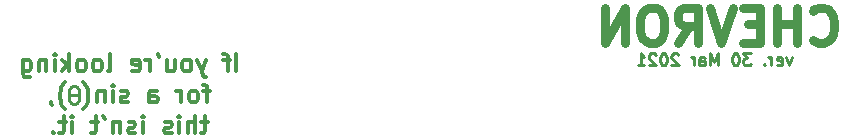
<source format=gbo>
G04 #@! TF.GenerationSoftware,KiCad,Pcbnew,(5.1.4)-1*
G04 #@! TF.CreationDate,2023-05-14T00:18:44+08:00*
G04 #@! TF.ProjectId,chevron,63686576-726f-46e2-9e6b-696361645f70,rev?*
G04 #@! TF.SameCoordinates,Original*
G04 #@! TF.FileFunction,Legend,Bot*
G04 #@! TF.FilePolarity,Positive*
%FSLAX46Y46*%
G04 Gerber Fmt 4.6, Leading zero omitted, Abs format (unit mm)*
G04 Created by KiCad (PCBNEW (5.1.4)-1) date 2023-05-14 00:18:44*
%MOMM*%
%LPD*%
G04 APERTURE LIST*
%ADD10C,0.250000*%
%ADD11C,0.750000*%
%ADD12C,0.375000*%
%ADD13C,0.752000*%
%ADD14O,1.002000X2.502000*%
%ADD15O,1.002000X1.802000*%
%ADD16C,1.852000*%
%ADD17C,2.352000*%
%ADD18C,4.089800*%
%ADD19O,1.702000X1.702000*%
%ADD20R,1.702000X1.702000*%
%ADD21O,1.602000X1.602000*%
%ADD22R,1.602000X1.602000*%
%ADD23C,1.302000*%
%ADD24R,1.302000X1.302000*%
%ADD25C,0.802000*%
%ADD26C,4.502000*%
%ADD27C,1.602000*%
%ADD28C,2.102000*%
%ADD29R,2.102000X2.102000*%
%ADD30O,1.992000X3.302000*%
%ADD31O,2.002000X3.302000*%
%ADD32O,1.502000X1.502000*%
%ADD33C,1.502000*%
%ADD34C,1.702000*%
%ADD35C,1.902000*%
%ADD36R,1.902000X1.902000*%
%ADD37C,3.150000*%
G04 APERTURE END LIST*
D10*
X201873619Y-1944714D02*
X201635523Y-2611380D01*
X201397428Y-1944714D01*
X200635523Y-2563761D02*
X200730761Y-2611380D01*
X200921238Y-2611380D01*
X201016476Y-2563761D01*
X201064095Y-2468523D01*
X201064095Y-2087571D01*
X201016476Y-1992333D01*
X200921238Y-1944714D01*
X200730761Y-1944714D01*
X200635523Y-1992333D01*
X200587904Y-2087571D01*
X200587904Y-2182809D01*
X201064095Y-2278047D01*
X200159333Y-2611380D02*
X200159333Y-1944714D01*
X200159333Y-2135190D02*
X200111714Y-2039952D01*
X200064095Y-1992333D01*
X199968857Y-1944714D01*
X199873619Y-1944714D01*
X199540285Y-2516142D02*
X199492666Y-2563761D01*
X199540285Y-2611380D01*
X199587904Y-2563761D01*
X199540285Y-2516142D01*
X199540285Y-2611380D01*
X198397428Y-1611380D02*
X197778380Y-1611380D01*
X198111714Y-1992333D01*
X197968857Y-1992333D01*
X197873619Y-2039952D01*
X197826000Y-2087571D01*
X197778380Y-2182809D01*
X197778380Y-2420904D01*
X197826000Y-2516142D01*
X197873619Y-2563761D01*
X197968857Y-2611380D01*
X198254571Y-2611380D01*
X198349809Y-2563761D01*
X198397428Y-2516142D01*
X197159333Y-1611380D02*
X197064095Y-1611380D01*
X196968857Y-1659000D01*
X196921238Y-1706619D01*
X196873619Y-1801857D01*
X196826000Y-1992333D01*
X196826000Y-2230428D01*
X196873619Y-2420904D01*
X196921238Y-2516142D01*
X196968857Y-2563761D01*
X197064095Y-2611380D01*
X197159333Y-2611380D01*
X197254571Y-2563761D01*
X197302190Y-2516142D01*
X197349809Y-2420904D01*
X197397428Y-2230428D01*
X197397428Y-1992333D01*
X197349809Y-1801857D01*
X197302190Y-1706619D01*
X197254571Y-1659000D01*
X197159333Y-1611380D01*
X195635523Y-2611380D02*
X195635523Y-1611380D01*
X195302190Y-2325666D01*
X194968857Y-1611380D01*
X194968857Y-2611380D01*
X194064095Y-2611380D02*
X194064095Y-2087571D01*
X194111714Y-1992333D01*
X194206952Y-1944714D01*
X194397428Y-1944714D01*
X194492666Y-1992333D01*
X194064095Y-2563761D02*
X194159333Y-2611380D01*
X194397428Y-2611380D01*
X194492666Y-2563761D01*
X194540285Y-2468523D01*
X194540285Y-2373285D01*
X194492666Y-2278047D01*
X194397428Y-2230428D01*
X194159333Y-2230428D01*
X194064095Y-2182809D01*
X193587904Y-2611380D02*
X193587904Y-1944714D01*
X193587904Y-2135190D02*
X193540285Y-2039952D01*
X193492666Y-1992333D01*
X193397428Y-1944714D01*
X193302190Y-1944714D01*
X192254571Y-1706619D02*
X192206952Y-1659000D01*
X192111714Y-1611380D01*
X191873619Y-1611380D01*
X191778380Y-1659000D01*
X191730761Y-1706619D01*
X191683142Y-1801857D01*
X191683142Y-1897095D01*
X191730761Y-2039952D01*
X192302190Y-2611380D01*
X191683142Y-2611380D01*
X191064095Y-1611380D02*
X190968857Y-1611380D01*
X190873619Y-1659000D01*
X190826000Y-1706619D01*
X190778380Y-1801857D01*
X190730761Y-1992333D01*
X190730761Y-2230428D01*
X190778380Y-2420904D01*
X190826000Y-2516142D01*
X190873619Y-2563761D01*
X190968857Y-2611380D01*
X191064095Y-2611380D01*
X191159333Y-2563761D01*
X191206952Y-2516142D01*
X191254571Y-2420904D01*
X191302190Y-2230428D01*
X191302190Y-1992333D01*
X191254571Y-1801857D01*
X191206952Y-1706619D01*
X191159333Y-1659000D01*
X191064095Y-1611380D01*
X190349809Y-1706619D02*
X190302190Y-1659000D01*
X190206952Y-1611380D01*
X189968857Y-1611380D01*
X189873619Y-1659000D01*
X189826000Y-1706619D01*
X189778380Y-1801857D01*
X189778380Y-1897095D01*
X189826000Y-2039952D01*
X190397428Y-2611380D01*
X189778380Y-2611380D01*
X188826000Y-2611380D02*
X189397428Y-2611380D01*
X189111714Y-2611380D02*
X189111714Y-1611380D01*
X189206952Y-1754238D01*
X189302190Y-1849476D01*
X189397428Y-1897095D01*
D11*
X203635571Y-436428D02*
X203778428Y-579285D01*
X204207000Y-722142D01*
X204492714Y-722142D01*
X204921285Y-579285D01*
X205207000Y-293571D01*
X205349857Y-7857D01*
X205492714Y563571D01*
X205492714Y992142D01*
X205349857Y1563571D01*
X205207000Y1849285D01*
X204921285Y2135000D01*
X204492714Y2277857D01*
X204207000Y2277857D01*
X203778428Y2135000D01*
X203635571Y1992142D01*
X202349857Y-722142D02*
X202349857Y2277857D01*
X202349857Y849285D02*
X200635571Y849285D01*
X200635571Y-722142D02*
X200635571Y2277857D01*
X199207000Y849285D02*
X198207000Y849285D01*
X197778428Y-722142D02*
X199207000Y-722142D01*
X199207000Y2277857D01*
X197778428Y2277857D01*
X196921285Y2277857D02*
X195921285Y-722142D01*
X194921285Y2277857D01*
X192207000Y-722142D02*
X193207000Y706428D01*
X193921285Y-722142D02*
X193921285Y2277857D01*
X192778428Y2277857D01*
X192492714Y2135000D01*
X192349857Y1992142D01*
X192207000Y1706428D01*
X192207000Y1277857D01*
X192349857Y992142D01*
X192492714Y849285D01*
X192778428Y706428D01*
X193921285Y706428D01*
X190349857Y2277857D02*
X189778428Y2277857D01*
X189492714Y2135000D01*
X189207000Y1849285D01*
X189064142Y1277857D01*
X189064142Y277857D01*
X189207000Y-293571D01*
X189492714Y-579285D01*
X189778428Y-722142D01*
X190349857Y-722142D01*
X190635571Y-579285D01*
X190921285Y-293571D01*
X191064142Y277857D01*
X191064142Y1277857D01*
X190921285Y1849285D01*
X190635571Y2135000D01*
X190349857Y2277857D01*
X187778428Y-722142D02*
X187778428Y2277857D01*
X186064142Y-722142D01*
X186064142Y2277857D01*
D10*
X141489857Y-5099857D02*
X140704142Y-5099857D01*
X141204142Y-4385571D02*
X140989857Y-4385571D01*
X140847000Y-4457000D01*
X140775571Y-4528428D01*
X140704142Y-4742714D01*
X140704142Y-5528428D01*
X140775571Y-5742714D01*
X140847000Y-5814142D01*
X140989857Y-5885571D01*
X141204142Y-5885571D01*
X141347000Y-5814142D01*
X141418428Y-5742714D01*
X141489857Y-5528428D01*
X141489857Y-4742714D01*
X141418428Y-4528428D01*
X141347000Y-4457000D01*
X141204142Y-4385571D01*
D12*
X154831714Y-3133571D02*
X154831714Y-1633571D01*
X154331714Y-2133571D02*
X153760285Y-2133571D01*
X154117428Y-3133571D02*
X154117428Y-1847857D01*
X154046000Y-1705000D01*
X153903142Y-1633571D01*
X153760285Y-1633571D01*
X152260285Y-2133571D02*
X151903142Y-3133571D01*
X151546000Y-2133571D02*
X151903142Y-3133571D01*
X152046000Y-3490714D01*
X152117428Y-3562142D01*
X152260285Y-3633571D01*
X150760285Y-3133571D02*
X150903142Y-3062142D01*
X150974571Y-2990714D01*
X151046000Y-2847857D01*
X151046000Y-2419285D01*
X150974571Y-2276428D01*
X150903142Y-2205000D01*
X150760285Y-2133571D01*
X150546000Y-2133571D01*
X150403142Y-2205000D01*
X150331714Y-2276428D01*
X150260285Y-2419285D01*
X150260285Y-2847857D01*
X150331714Y-2990714D01*
X150403142Y-3062142D01*
X150546000Y-3133571D01*
X150760285Y-3133571D01*
X148974571Y-2133571D02*
X148974571Y-3133571D01*
X149617428Y-2133571D02*
X149617428Y-2919285D01*
X149546000Y-3062142D01*
X149403142Y-3133571D01*
X149188857Y-3133571D01*
X149046000Y-3062142D01*
X148974571Y-2990714D01*
X148188857Y-1633571D02*
X148331714Y-1919285D01*
X147546000Y-3133571D02*
X147546000Y-2133571D01*
X147546000Y-2419285D02*
X147474571Y-2276428D01*
X147403142Y-2205000D01*
X147260285Y-2133571D01*
X147117428Y-2133571D01*
X146046000Y-3062142D02*
X146188857Y-3133571D01*
X146474571Y-3133571D01*
X146617428Y-3062142D01*
X146688857Y-2919285D01*
X146688857Y-2347857D01*
X146617428Y-2205000D01*
X146474571Y-2133571D01*
X146188857Y-2133571D01*
X146046000Y-2205000D01*
X145974571Y-2347857D01*
X145974571Y-2490714D01*
X146688857Y-2633571D01*
X143974571Y-3133571D02*
X144117428Y-3062142D01*
X144188857Y-2919285D01*
X144188857Y-1633571D01*
X143188857Y-3133571D02*
X143331714Y-3062142D01*
X143403142Y-2990714D01*
X143474571Y-2847857D01*
X143474571Y-2419285D01*
X143403142Y-2276428D01*
X143331714Y-2205000D01*
X143188857Y-2133571D01*
X142974571Y-2133571D01*
X142831714Y-2205000D01*
X142760285Y-2276428D01*
X142688857Y-2419285D01*
X142688857Y-2847857D01*
X142760285Y-2990714D01*
X142831714Y-3062142D01*
X142974571Y-3133571D01*
X143188857Y-3133571D01*
X141831714Y-3133571D02*
X141974571Y-3062142D01*
X142046000Y-2990714D01*
X142117428Y-2847857D01*
X142117428Y-2419285D01*
X142046000Y-2276428D01*
X141974571Y-2205000D01*
X141831714Y-2133571D01*
X141617428Y-2133571D01*
X141474571Y-2205000D01*
X141403142Y-2276428D01*
X141331714Y-2419285D01*
X141331714Y-2847857D01*
X141403142Y-2990714D01*
X141474571Y-3062142D01*
X141617428Y-3133571D01*
X141831714Y-3133571D01*
X140688857Y-3133571D02*
X140688857Y-1633571D01*
X140546000Y-2562142D02*
X140117428Y-3133571D01*
X140117428Y-2133571D02*
X140688857Y-2705000D01*
X139474571Y-3133571D02*
X139474571Y-2133571D01*
X139474571Y-1633571D02*
X139546000Y-1705000D01*
X139474571Y-1776428D01*
X139403142Y-1705000D01*
X139474571Y-1633571D01*
X139474571Y-1776428D01*
X138760285Y-2133571D02*
X138760285Y-3133571D01*
X138760285Y-2276428D02*
X138688857Y-2205000D01*
X138546000Y-2133571D01*
X138331714Y-2133571D01*
X138188857Y-2205000D01*
X138117428Y-2347857D01*
X138117428Y-3133571D01*
X136760285Y-2133571D02*
X136760285Y-3347857D01*
X136831714Y-3490714D01*
X136903142Y-3562142D01*
X137046000Y-3633571D01*
X137260285Y-3633571D01*
X137403142Y-3562142D01*
X136760285Y-3062142D02*
X136903142Y-3133571D01*
X137188857Y-3133571D01*
X137331714Y-3062142D01*
X137403142Y-2990714D01*
X137474571Y-2847857D01*
X137474571Y-2419285D01*
X137403142Y-2276428D01*
X137331714Y-2205000D01*
X137188857Y-2133571D01*
X136903142Y-2133571D01*
X136760285Y-2205000D01*
X152617428Y-4758571D02*
X152046000Y-4758571D01*
X152403142Y-5758571D02*
X152403142Y-4472857D01*
X152331714Y-4330000D01*
X152188857Y-4258571D01*
X152046000Y-4258571D01*
X151331714Y-5758571D02*
X151474571Y-5687142D01*
X151546000Y-5615714D01*
X151617428Y-5472857D01*
X151617428Y-5044285D01*
X151546000Y-4901428D01*
X151474571Y-4830000D01*
X151331714Y-4758571D01*
X151117428Y-4758571D01*
X150974571Y-4830000D01*
X150903142Y-4901428D01*
X150831714Y-5044285D01*
X150831714Y-5472857D01*
X150903142Y-5615714D01*
X150974571Y-5687142D01*
X151117428Y-5758571D01*
X151331714Y-5758571D01*
X150188857Y-5758571D02*
X150188857Y-4758571D01*
X150188857Y-5044285D02*
X150117428Y-4901428D01*
X150046000Y-4830000D01*
X149903142Y-4758571D01*
X149760285Y-4758571D01*
X147474571Y-5758571D02*
X147474571Y-4972857D01*
X147546000Y-4830000D01*
X147688857Y-4758571D01*
X147974571Y-4758571D01*
X148117428Y-4830000D01*
X147474571Y-5687142D02*
X147617428Y-5758571D01*
X147974571Y-5758571D01*
X148117428Y-5687142D01*
X148188857Y-5544285D01*
X148188857Y-5401428D01*
X148117428Y-5258571D01*
X147974571Y-5187142D01*
X147617428Y-5187142D01*
X147474571Y-5115714D01*
X145688857Y-5687142D02*
X145546000Y-5758571D01*
X145260285Y-5758571D01*
X145117428Y-5687142D01*
X145046000Y-5544285D01*
X145046000Y-5472857D01*
X145117428Y-5330000D01*
X145260285Y-5258571D01*
X145474571Y-5258571D01*
X145617428Y-5187142D01*
X145688857Y-5044285D01*
X145688857Y-4972857D01*
X145617428Y-4830000D01*
X145474571Y-4758571D01*
X145260285Y-4758571D01*
X145117428Y-4830000D01*
X144403142Y-5758571D02*
X144403142Y-4758571D01*
X144403142Y-4258571D02*
X144474571Y-4330000D01*
X144403142Y-4401428D01*
X144331714Y-4330000D01*
X144403142Y-4258571D01*
X144403142Y-4401428D01*
X143688857Y-4758571D02*
X143688857Y-5758571D01*
X143688857Y-4901428D02*
X143617428Y-4830000D01*
X143474571Y-4758571D01*
X143260285Y-4758571D01*
X143117428Y-4830000D01*
X143046000Y-4972857D01*
X143046000Y-5758571D01*
X141903142Y-6330000D02*
X141974571Y-6258571D01*
X142117428Y-6044285D01*
X142188857Y-5901428D01*
X142260285Y-5687142D01*
X142331714Y-5330000D01*
X142331714Y-5044285D01*
X142260285Y-4687142D01*
X142188857Y-4472857D01*
X142117428Y-4330000D01*
X141974571Y-4115714D01*
X141903142Y-4044285D01*
X140331714Y-6330000D02*
X140260285Y-6258571D01*
X140117428Y-6044285D01*
X140046000Y-5901428D01*
X139974571Y-5687142D01*
X139903142Y-5330000D01*
X139903142Y-5044285D01*
X139974571Y-4687142D01*
X140046000Y-4472857D01*
X140117428Y-4330000D01*
X140260285Y-4115714D01*
X140331714Y-4044285D01*
X139117428Y-5687142D02*
X139117428Y-5758571D01*
X139188857Y-5901428D01*
X139260285Y-5972857D01*
X152438857Y-7383571D02*
X151867428Y-7383571D01*
X152224571Y-6883571D02*
X152224571Y-8169285D01*
X152153142Y-8312142D01*
X152010285Y-8383571D01*
X151867428Y-8383571D01*
X151367428Y-8383571D02*
X151367428Y-6883571D01*
X150724571Y-8383571D02*
X150724571Y-7597857D01*
X150796000Y-7455000D01*
X150938857Y-7383571D01*
X151153142Y-7383571D01*
X151296000Y-7455000D01*
X151367428Y-7526428D01*
X150010285Y-8383571D02*
X150010285Y-7383571D01*
X150010285Y-6883571D02*
X150081714Y-6955000D01*
X150010285Y-7026428D01*
X149938857Y-6955000D01*
X150010285Y-6883571D01*
X150010285Y-7026428D01*
X149367428Y-8312142D02*
X149224571Y-8383571D01*
X148938857Y-8383571D01*
X148796000Y-8312142D01*
X148724571Y-8169285D01*
X148724571Y-8097857D01*
X148796000Y-7955000D01*
X148938857Y-7883571D01*
X149153142Y-7883571D01*
X149296000Y-7812142D01*
X149367428Y-7669285D01*
X149367428Y-7597857D01*
X149296000Y-7455000D01*
X149153142Y-7383571D01*
X148938857Y-7383571D01*
X148796000Y-7455000D01*
X146938857Y-8383571D02*
X146938857Y-7383571D01*
X146938857Y-6883571D02*
X147010285Y-6955000D01*
X146938857Y-7026428D01*
X146867428Y-6955000D01*
X146938857Y-6883571D01*
X146938857Y-7026428D01*
X146296000Y-8312142D02*
X146153142Y-8383571D01*
X145867428Y-8383571D01*
X145724571Y-8312142D01*
X145653142Y-8169285D01*
X145653142Y-8097857D01*
X145724571Y-7955000D01*
X145867428Y-7883571D01*
X146081714Y-7883571D01*
X146224571Y-7812142D01*
X146296000Y-7669285D01*
X146296000Y-7597857D01*
X146224571Y-7455000D01*
X146081714Y-7383571D01*
X145867428Y-7383571D01*
X145724571Y-7455000D01*
X145010285Y-7383571D02*
X145010285Y-8383571D01*
X145010285Y-7526428D02*
X144938857Y-7455000D01*
X144796000Y-7383571D01*
X144581714Y-7383571D01*
X144438857Y-7455000D01*
X144367428Y-7597857D01*
X144367428Y-8383571D01*
X143581714Y-6883571D02*
X143724571Y-7169285D01*
X143153142Y-7383571D02*
X142581714Y-7383571D01*
X142938857Y-6883571D02*
X142938857Y-8169285D01*
X142867428Y-8312142D01*
X142724571Y-8383571D01*
X142581714Y-8383571D01*
X140938857Y-8383571D02*
X140938857Y-7383571D01*
X140938857Y-6883571D02*
X141010285Y-6955000D01*
X140938857Y-7026428D01*
X140867428Y-6955000D01*
X140938857Y-6883571D01*
X140938857Y-7026428D01*
X140438857Y-7383571D02*
X139867428Y-7383571D01*
X140224571Y-6883571D02*
X140224571Y-8169285D01*
X140153142Y-8312142D01*
X140010285Y-8383571D01*
X139867428Y-8383571D01*
X139367428Y-8240714D02*
X139296000Y-8312142D01*
X139367428Y-8383571D01*
X139438857Y-8312142D01*
X139367428Y-8240714D01*
X139367428Y-8383571D01*
%LPC*%
D13*
X229875000Y3425000D03*
X231575000Y3425000D03*
X230725000Y3425000D03*
X229025000Y3425000D03*
X228175000Y3425000D03*
X227325000Y3425000D03*
X226475000Y3425000D03*
X225625000Y3425000D03*
X231575000Y4750000D03*
X230720000Y4750000D03*
X229870000Y4750000D03*
X229020000Y4750000D03*
X228170000Y4750000D03*
X227320000Y4750000D03*
X226470000Y4750000D03*
X225620000Y4750000D03*
D14*
X232925000Y4405000D03*
X224275000Y4405000D03*
D15*
X232925000Y7785000D03*
X224275000Y7785000D03*
D16*
X5080000Y-19843798D03*
X-5080000Y-19843798D03*
D17*
X-3810000Y-17303798D03*
D18*
X0Y-19843798D03*
D17*
X2540000Y-14763798D03*
D16*
X28892500Y-38893846D03*
X18732500Y-38893846D03*
D17*
X20002500Y-36353846D03*
D18*
X23812500Y-38893846D03*
D17*
X26352500Y-33813846D03*
D16*
X7461250Y-38893750D03*
X-2698750Y-38893750D03*
D17*
X-1428750Y-36353750D03*
D18*
X2381250Y-38893750D03*
D17*
X4921250Y-33813750D03*
D16*
X12223750Y-57943750D03*
X2063750Y-57943750D03*
D17*
X3333750Y-55403750D03*
D18*
X7143750Y-57943750D03*
D17*
X9683750Y-52863750D03*
D19*
X205740000Y-7874000D03*
X157480000Y7366000D03*
X203200000Y-7874000D03*
X160020000Y7366000D03*
X200660000Y-7874000D03*
X162560000Y7366000D03*
X198120000Y-7874000D03*
X165100000Y7366000D03*
X195580000Y-7874000D03*
X167640000Y7366000D03*
X193040000Y-7874000D03*
X170180000Y7366000D03*
X190500000Y-7874000D03*
X172720000Y7366000D03*
X187960000Y-7874000D03*
X175260000Y7366000D03*
X185420000Y-7874000D03*
X177800000Y7366000D03*
X182880000Y-7874000D03*
X180340000Y7366000D03*
X180340000Y-7874000D03*
X182880000Y7366000D03*
X177800000Y-7874000D03*
X185420000Y7366000D03*
X175260000Y-7874000D03*
X187960000Y7366000D03*
X172720000Y-7874000D03*
X190500000Y7366000D03*
X170180000Y-7874000D03*
X193040000Y7366000D03*
X167640000Y-7874000D03*
X195580000Y7366000D03*
X165100000Y-7874000D03*
X198120000Y7366000D03*
X162560000Y-7874000D03*
X200660000Y7366000D03*
X160020000Y-7874000D03*
X203200000Y7366000D03*
X157480000Y-7874000D03*
D20*
X205740000Y7366000D03*
D17*
X52546250Y-71913750D03*
D18*
X50006250Y-76993750D03*
D17*
X46196250Y-74453750D03*
D16*
X44926250Y-76993750D03*
X55086250Y-76993750D03*
D17*
X54927632Y-52863894D03*
D18*
X52387632Y-57943894D03*
D17*
X48577632Y-55403894D03*
D16*
X47307632Y-57943894D03*
X57467632Y-57943894D03*
D21*
X55880000Y-2286000D03*
D22*
X55880000Y5334000D03*
D21*
X67056000Y-6858000D03*
D22*
X67056000Y762000D03*
D21*
X75438000Y-2286000D03*
D22*
X75438000Y5334000D03*
D21*
X81026000Y-762000D03*
D22*
X81026000Y6858000D03*
D21*
X92202000Y-6858000D03*
D22*
X92202000Y762000D03*
D21*
X8636000Y-6858000D03*
D22*
X8636000Y762000D03*
D21*
X30734000Y-3810000D03*
D22*
X30734000Y3810000D03*
D21*
X36322000Y-6858000D03*
D22*
X36322000Y762000D03*
D21*
X5842000Y-5334000D03*
D22*
X5842000Y2286000D03*
D21*
X53086000Y-762000D03*
D22*
X53086000Y6858000D03*
D21*
X64262000Y-6858000D03*
D22*
X64262000Y762000D03*
D21*
X78232000Y-762000D03*
D22*
X78232000Y6858000D03*
D21*
X100584000Y-3810000D03*
D22*
X100584000Y3810000D03*
D21*
X108966000Y-762000D03*
D22*
X108966000Y6858000D03*
D21*
X117348000Y-5334000D03*
D22*
X117348000Y2286000D03*
D21*
X125730000Y-5334000D03*
D22*
X125730000Y2286000D03*
D21*
X89408000Y-5334000D03*
D22*
X89408000Y2286000D03*
D21*
X11430000Y-6858000D03*
D22*
X11430000Y762000D03*
D21*
X14224000Y-5334000D03*
D22*
X14224000Y2286000D03*
D21*
X27940000Y-2286000D03*
D22*
X27940000Y5334000D03*
D21*
X33528000Y-5334000D03*
D22*
X33528000Y2286000D03*
D21*
X3048000Y-3810000D03*
D22*
X3048000Y3810000D03*
D21*
X134112000Y-762000D03*
D22*
X134112000Y6858000D03*
D21*
X61468000Y-5334000D03*
D22*
X61468000Y2286000D03*
D21*
X72644000Y-3937000D03*
D22*
X72644000Y3683000D03*
D21*
X97790000Y-5334000D03*
D22*
X97790000Y2286000D03*
D21*
X106172000Y-762000D03*
D22*
X106172000Y6858000D03*
D21*
X114554000Y-3810000D03*
D22*
X114554000Y3810000D03*
D21*
X122936000Y-6858000D03*
D22*
X122936000Y762000D03*
D21*
X131318000Y-2286000D03*
D22*
X131318000Y5334000D03*
D21*
X86614000Y-3810000D03*
D22*
X86614000Y3810000D03*
D21*
X17018000Y-3810000D03*
D22*
X17018000Y3810000D03*
D21*
X22352000Y-762000D03*
D22*
X22352000Y6858000D03*
D21*
X47498000Y-2286000D03*
D22*
X47498000Y5334000D03*
D21*
X41910000Y-5334000D03*
D22*
X41910000Y2286000D03*
D21*
X254000Y-2286000D03*
D22*
X254000Y5334000D03*
D21*
X50292000Y-762000D03*
D22*
X50292000Y6858000D03*
D21*
X58674000Y-3810000D03*
D22*
X58674000Y3810000D03*
D21*
X69850000Y-5334000D03*
D22*
X69850000Y2286000D03*
D21*
X94996000Y-6858000D03*
D22*
X94996000Y762000D03*
D21*
X103378000Y-2286000D03*
D22*
X103378000Y5334000D03*
D21*
X111760000Y-2286000D03*
D22*
X111760000Y5334000D03*
D21*
X120142000Y-6858000D03*
D22*
X120142000Y762000D03*
D21*
X128524000Y-3810000D03*
D22*
X128524000Y3810000D03*
D21*
X83820000Y-2286000D03*
D22*
X83820000Y5334000D03*
D21*
X19558000Y-2286000D03*
D22*
X19558000Y5334000D03*
X25146000Y6858000D03*
D21*
X25146000Y-762000D03*
D22*
X44704000Y3810000D03*
D21*
X44704000Y-3810000D03*
X39116000Y-6858000D03*
D22*
X39116000Y762000D03*
D21*
X-2540000Y-762000D03*
D22*
X-2540000Y6858000D03*
D23*
X238252000Y-7112000D03*
D24*
X239752000Y-7112000D03*
D25*
X265486142Y-82970986D03*
X264319416Y-82487712D03*
X263152690Y-82970986D03*
X262669416Y-84137712D03*
X263152690Y-85304438D03*
X264319416Y-85787712D03*
X265486142Y-85304438D03*
X265969416Y-84137712D03*
D26*
X264319416Y-84137712D03*
D25*
X265486142Y-11533306D03*
X264319416Y-11050032D03*
X263152690Y-11533306D03*
X262669416Y-12700032D03*
X263152690Y-13866758D03*
X264319416Y-14350032D03*
X265486142Y-13866758D03*
X265969416Y-12700032D03*
D26*
X264319416Y-12700032D03*
X-7143768Y-84137712D03*
D25*
X-5493768Y-84137712D03*
X-5977042Y-85304438D03*
X-7143768Y-85787712D03*
X-8310494Y-85304438D03*
X-8793768Y-84137712D03*
X-8310494Y-82970986D03*
X-7143768Y-82487712D03*
X-5977042Y-82970986D03*
D26*
X-7143768Y-12700032D03*
D25*
X-5493768Y-12700032D03*
X-5977042Y-13866758D03*
X-7143768Y-14350032D03*
X-8310494Y-13866758D03*
X-8793768Y-12700032D03*
X-8310494Y-11533306D03*
X-7143768Y-11050032D03*
X-5977042Y-11533306D03*
X245642344Y-5977044D03*
X244475618Y-5493770D03*
X243308892Y-5977044D03*
X242825618Y-7143770D03*
X243308892Y-8310496D03*
X244475618Y-8793770D03*
X245642344Y-8310496D03*
X246125618Y-7143770D03*
D26*
X244475618Y-7143770D03*
D25*
X245642344Y8310494D03*
X244475618Y8793768D03*
X243308892Y8310494D03*
X242825618Y7143768D03*
X243308892Y5977042D03*
X244475618Y5493768D03*
X245642344Y5977042D03*
X246125618Y7143768D03*
D26*
X244475618Y7143768D03*
X-7143768Y-7143770D03*
D25*
X-5493768Y-7143770D03*
X-5977042Y-8310496D03*
X-7143768Y-8793770D03*
X-8310494Y-8310496D03*
X-8793768Y-7143770D03*
X-8310494Y-5977044D03*
X-7143768Y-5493770D03*
X-5977042Y-5977044D03*
D26*
X-7143768Y7143768D03*
D25*
X-5493768Y7143768D03*
X-5977042Y5977042D03*
X-7143768Y5493768D03*
X-8310494Y5977042D03*
X-8793768Y7143768D03*
X-8310494Y8310494D03*
X-7143768Y8793768D03*
X-5977042Y8310494D03*
D27*
X212090000Y-2594000D03*
X212090000Y2286000D03*
D28*
X254675648Y-7500000D03*
D29*
X257175648Y-7500000D03*
D28*
X259675648Y-7500000D03*
D30*
X251575648Y0D03*
D31*
X262775648Y0D03*
D28*
X254675648Y7000000D03*
X259675648Y7000000D03*
X153820000Y7366000D03*
X153820000Y2866000D03*
X147320000Y7366000D03*
X147320000Y2866000D03*
X144168000Y7366000D03*
X144168000Y2866000D03*
X137668000Y7366000D03*
X137668000Y2866000D03*
D32*
X219710000Y635000D03*
D33*
X219710000Y-6985000D03*
D32*
X217170000Y635000D03*
D33*
X217170000Y-6985000D03*
D32*
X229870000Y-6985000D03*
D33*
X229870000Y635000D03*
D32*
X227330000Y-6985000D03*
D33*
X227330000Y635000D03*
D32*
X234950000Y-6985000D03*
D33*
X234950000Y635000D03*
D32*
X232410000Y-6985000D03*
D33*
X232410000Y635000D03*
D34*
X238760000Y2301240D03*
X238760000Y-2698760D03*
D21*
X224790000Y-6985000D03*
D22*
X224790000Y635000D03*
D21*
X222250000Y-6985000D03*
D22*
X222250000Y635000D03*
D35*
X237490000Y6985000D03*
D36*
X240030000Y6985000D03*
D34*
X180380000Y3810000D03*
X182880000Y3810000D03*
X182840000Y-3810000D03*
X180340000Y-3810000D03*
X214550000Y7366000D03*
X209550000Y7366000D03*
X209550000Y-7778760D03*
X214550000Y-7778760D03*
D17*
X257334392Y-71913944D03*
D18*
X254794392Y-76993944D03*
D17*
X250984392Y-74453944D03*
D16*
X249714392Y-76993944D03*
X259874392Y-76993944D03*
D17*
X233521832Y-71913944D03*
D18*
X230981832Y-76993944D03*
D17*
X227171832Y-74453944D03*
D16*
X225901832Y-76993944D03*
X236061832Y-76993944D03*
D17*
X209709272Y-71913944D03*
D18*
X207169272Y-76993944D03*
D17*
X203359272Y-74453944D03*
D16*
X202089272Y-76993944D03*
X212249272Y-76993944D03*
D17*
X169227920Y-71913944D03*
X162877920Y-74453944D03*
D18*
X166687920Y-76993944D03*
D16*
X161607920Y-76993944D03*
X171767920Y-76993944D03*
D37*
X147637920Y-83978944D03*
X185737920Y-83978944D03*
D18*
X147637920Y-68738944D03*
X185737920Y-68738944D03*
D17*
X131127824Y-71913944D03*
D18*
X128587824Y-76993944D03*
D17*
X124777824Y-74453944D03*
D16*
X123507824Y-76993944D03*
X133667824Y-76993944D03*
D37*
X71437824Y-83978944D03*
X185737824Y-83978944D03*
D18*
X71437824Y-68738944D03*
X185737824Y-68738944D03*
D17*
X93027728Y-71913944D03*
X86677728Y-74453944D03*
D18*
X90487728Y-76993944D03*
D16*
X85407728Y-76993944D03*
X95567728Y-76993944D03*
D37*
X71437728Y-83978944D03*
X109537728Y-83978944D03*
D18*
X71437728Y-68738944D03*
X109537728Y-68738944D03*
D17*
X28733750Y-71913944D03*
D18*
X26193750Y-76993944D03*
D17*
X22383750Y-74453944D03*
D16*
X21113750Y-76993944D03*
X31273750Y-76993944D03*
D17*
X4921250Y-71913944D03*
D18*
X2381250Y-76993944D03*
D17*
X-1428750Y-74453944D03*
D16*
X-2698750Y-76993944D03*
X7461250Y-76993944D03*
D17*
X243046856Y-52863896D03*
D18*
X240506856Y-57943896D03*
D17*
X236696856Y-55403896D03*
D16*
X235426856Y-57943896D03*
X245586856Y-57943896D03*
D37*
X228600606Y-50958896D03*
X252413106Y-50958896D03*
D18*
X228600606Y-66198896D03*
X252413106Y-66198896D03*
D17*
X259715648Y-52863896D03*
D18*
X257175648Y-57943896D03*
D17*
X253365648Y-55403896D03*
D16*
X252095648Y-57943896D03*
X262255648Y-57943896D03*
D17*
X233521832Y-52863896D03*
D18*
X230981832Y-57943896D03*
D17*
X227171832Y-55403896D03*
D16*
X225901832Y-57943896D03*
X236061832Y-57943896D03*
D17*
X207328016Y-52863896D03*
D18*
X204788016Y-57943896D03*
D17*
X200978016Y-55403896D03*
D16*
X199708016Y-57943896D03*
X209868016Y-57943896D03*
D17*
X188277968Y-52863896D03*
D18*
X185737968Y-57943896D03*
D17*
X181927968Y-55403896D03*
D16*
X180657968Y-57943896D03*
X190817968Y-57943896D03*
D17*
X169227920Y-52863896D03*
D18*
X166687920Y-57943896D03*
D17*
X162877920Y-55403896D03*
D16*
X161607920Y-57943896D03*
X171767920Y-57943896D03*
D17*
X150177872Y-52863894D03*
D18*
X147637872Y-57943894D03*
D17*
X143827872Y-55403894D03*
D16*
X142557872Y-57943894D03*
X152717872Y-57943894D03*
D17*
X131127824Y-52863894D03*
D18*
X128587824Y-57943894D03*
D17*
X124777824Y-55403894D03*
D16*
X123507824Y-57943894D03*
X133667824Y-57943894D03*
D17*
X112077776Y-52863894D03*
D18*
X109537776Y-57943894D03*
D17*
X105727776Y-55403894D03*
D16*
X104457776Y-57943894D03*
X114617776Y-57943894D03*
D17*
X93027728Y-52863894D03*
D18*
X90487728Y-57943894D03*
D17*
X86677728Y-55403894D03*
D16*
X85407728Y-57943894D03*
X95567728Y-57943894D03*
D17*
X73977680Y-52863894D03*
D18*
X71437680Y-57943894D03*
D17*
X67627680Y-55403894D03*
D16*
X66357680Y-57943894D03*
X76517680Y-57943894D03*
D17*
X35877584Y-52863894D03*
D18*
X33337584Y-57943894D03*
D17*
X29527584Y-55403894D03*
D16*
X28257584Y-57943894D03*
X38417584Y-57943894D03*
D17*
X235903088Y-33813846D03*
D18*
X233363088Y-38893846D03*
D17*
X229553088Y-36353846D03*
D16*
X228283088Y-38893846D03*
X238443088Y-38893846D03*
D17*
X259715648Y5079998D03*
D18*
X257175648Y-2D03*
D17*
X253365648Y2539998D03*
D16*
X252095648Y-2D03*
X262255648Y-2D03*
D17*
X247809368Y-33813848D03*
D18*
X245269368Y-38893848D03*
D17*
X241459368Y-36353848D03*
D16*
X240189368Y-38893848D03*
X250349368Y-38893848D03*
D37*
X233363118Y-31908848D03*
X257175618Y-31908848D03*
D18*
X233363118Y-47148848D03*
X257175618Y-47148848D03*
D17*
X216853040Y-33813848D03*
D18*
X214313040Y-38893848D03*
D17*
X210503040Y-36353848D03*
D16*
X209233040Y-38893848D03*
X219393040Y-38893848D03*
D17*
X197802992Y-33813848D03*
D18*
X195262992Y-38893848D03*
D17*
X191452992Y-36353848D03*
D16*
X190182992Y-38893848D03*
X200342992Y-38893848D03*
D17*
X178752944Y-33813848D03*
D18*
X176212944Y-38893848D03*
D17*
X172402944Y-36353848D03*
D16*
X171132944Y-38893848D03*
X181292944Y-38893848D03*
D17*
X159702896Y-33813848D03*
D18*
X157162896Y-38893848D03*
D17*
X153352896Y-36353848D03*
D16*
X152082896Y-38893848D03*
X162242896Y-38893848D03*
D17*
X140652848Y-33813848D03*
D18*
X138112848Y-38893848D03*
D17*
X134302848Y-36353848D03*
D16*
X133032848Y-38893848D03*
X143192848Y-38893848D03*
D17*
X121602800Y-33813848D03*
D18*
X119062800Y-38893848D03*
D17*
X115252800Y-36353848D03*
D16*
X113982800Y-38893848D03*
X124142800Y-38893848D03*
D17*
X102552752Y-33813846D03*
D18*
X100012752Y-38893846D03*
D17*
X96202752Y-36353846D03*
D16*
X94932752Y-38893846D03*
X105092752Y-38893846D03*
D17*
X83502704Y-33813846D03*
D18*
X80962704Y-38893846D03*
D17*
X77152704Y-36353846D03*
D16*
X75882704Y-38893846D03*
X86042704Y-38893846D03*
D17*
X64452656Y-33813846D03*
D18*
X61912656Y-38893846D03*
D17*
X58102656Y-36353846D03*
D16*
X56832656Y-38893846D03*
X66992656Y-38893846D03*
D17*
X45402608Y-33813846D03*
D18*
X42862608Y-38893846D03*
D17*
X39052608Y-36353846D03*
D16*
X37782608Y-38893846D03*
X47942608Y-38893846D03*
D18*
X246539392Y-17430822D03*
X246539392Y-41306822D03*
D37*
X261779392Y-17430822D03*
X261779392Y-41306822D03*
D16*
X254794392Y-34448822D03*
X254794392Y-24288822D03*
D17*
X257334392Y-25558822D03*
D18*
X254794392Y-29368822D03*
D17*
X259874392Y-31908822D03*
X254953136Y-14763798D03*
D18*
X252413136Y-19843798D03*
D17*
X248603136Y-17303798D03*
D16*
X247333136Y-19843798D03*
X257493136Y-19843798D03*
D17*
X231140576Y-14763798D03*
D18*
X228600576Y-19843798D03*
D17*
X224790576Y-17303798D03*
D16*
X223520576Y-19843798D03*
X233680576Y-19843798D03*
D17*
X212090528Y-14763798D03*
D18*
X209550528Y-19843798D03*
D17*
X205740528Y-17303798D03*
D16*
X204470528Y-19843798D03*
X214630528Y-19843798D03*
D17*
X193040480Y-14763798D03*
D18*
X190500480Y-19843798D03*
D17*
X186690480Y-17303798D03*
D16*
X185420480Y-19843798D03*
X195580480Y-19843798D03*
D17*
X173990432Y-14763798D03*
D18*
X171450432Y-19843798D03*
D17*
X167640432Y-17303798D03*
D16*
X166370432Y-19843798D03*
X176530432Y-19843798D03*
D17*
X154940384Y-14763798D03*
D18*
X152400384Y-19843798D03*
D17*
X148590384Y-17303798D03*
D16*
X147320384Y-19843798D03*
X157480384Y-19843798D03*
D17*
X135890336Y-14763798D03*
D18*
X133350336Y-19843798D03*
D17*
X129540336Y-17303798D03*
D16*
X128270336Y-19843798D03*
X138430336Y-19843798D03*
D17*
X116840288Y-14763798D03*
D18*
X114300288Y-19843798D03*
D17*
X110490288Y-17303798D03*
D16*
X109220288Y-19843798D03*
X119380288Y-19843798D03*
D17*
X97790240Y-14763798D03*
D18*
X95250240Y-19843798D03*
D17*
X91440240Y-17303798D03*
D16*
X90170240Y-19843798D03*
X100330240Y-19843798D03*
D17*
X78740192Y-14763798D03*
D18*
X76200192Y-19843798D03*
D17*
X72390192Y-17303798D03*
D16*
X71120192Y-19843798D03*
X81280192Y-19843798D03*
D17*
X59690144Y-14763798D03*
D18*
X57150144Y-19843798D03*
D17*
X53340144Y-17303798D03*
D16*
X52070144Y-19843798D03*
X62230144Y-19843798D03*
D17*
X40640096Y-14763798D03*
D18*
X38100096Y-19843798D03*
D17*
X34290096Y-17303798D03*
D16*
X33020096Y-19843798D03*
X43180096Y-19843798D03*
D17*
X21590048Y-14763798D03*
D18*
X19050048Y-19843798D03*
D17*
X15240048Y-17303798D03*
D16*
X13970048Y-19843798D03*
X24130048Y-19843798D03*
M02*

</source>
